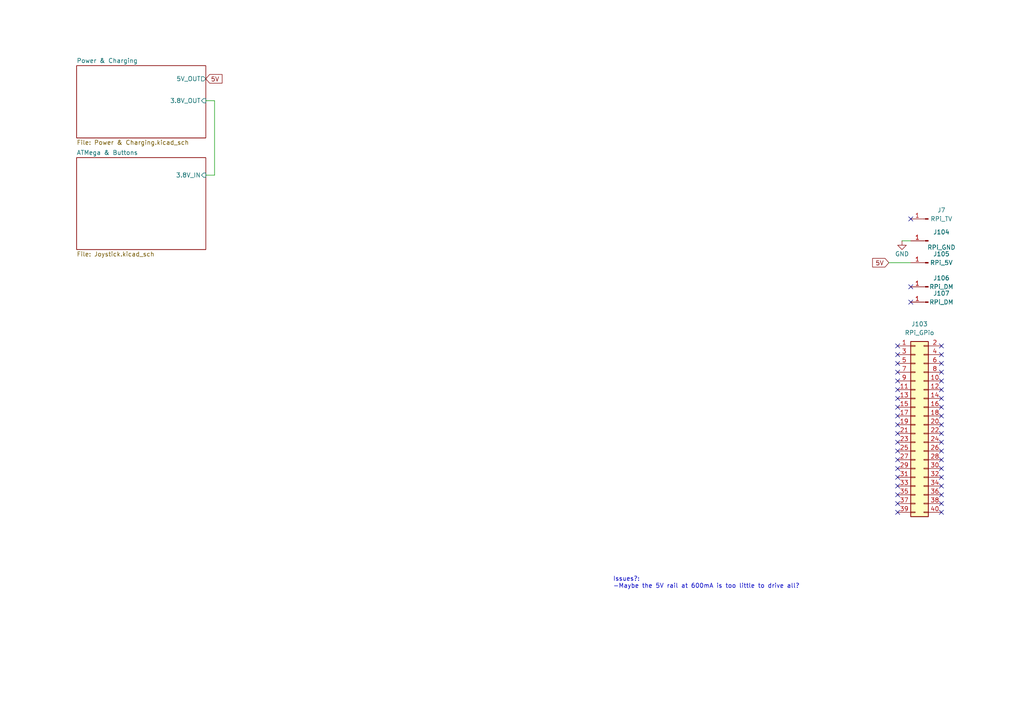
<source format=kicad_sch>
(kicad_sch (version 20230121) (generator eeschema)
  (paper "A4")
  (title_block (title "Power Circuit") (date "2023-06-06") (rev "0.1"))
  (lib_symbols
    (symbol "Connector:Conn_01x01_Male" (pin_names (offset 1.016) hide)
      (property "Reference" "J" (at 0 2.54 0))
      (property "Value" "Conn_01x01_Male" (at 0 -2.54 0))
      (symbol "Conn_01x01_Male_1_1"
        (polyline (pts (xy 1.27 0) (xy 0.8636 0)) (stroke (width 0.1524)))
        (rectangle (start 0.8636 0.127) (end 0 -0.127) (stroke (width 0.1524)) (fill (type outline)))
        (pin passive line (at 5.08 0 180) (length 3.81) (name "Pin_1") (number "1"))
      )
    )
    (symbol "Connector_Generic:Conn_02x20_Odd_Even" (pin_names (offset 1.016) hide)
      (property "Reference" "J" (at 1.27 25.4 0))
      (property "Value" "Conn_02x20_Odd_Even" (at 1.27 -27.94 0))
      (symbol "Conn_02x20_Odd_Even_1_1"
        (rectangle (start -1.27 -25.273) (end 0 -25.527) (stroke (width 0.1524)))
        (rectangle (start -1.27 -22.733) (end 0 -22.987) (stroke (width 0.1524)))
        (rectangle (start -1.27 -20.193) (end 0 -20.447) (stroke (width 0.1524)))
        (rectangle (start -1.27 -17.653) (end 0 -17.907) (stroke (width 0.1524)))
        (rectangle (start -1.27 -15.113) (end 0 -15.367) (stroke (width 0.1524)))
        (rectangle (start -1.27 -12.573) (end 0 -12.827) (stroke (width 0.1524)))
        (rectangle (start -1.27 -10.033) (end 0 -10.287) (stroke (width 0.1524)))
        (rectangle (start -1.27 -7.493) (end 0 -7.747) (stroke (width 0.1524)))
        (rectangle (start -1.27 -4.953) (end 0 -5.207) (stroke (width 0.1524)))
        (rectangle (start -1.27 -2.413) (end 0 -2.667) (stroke (width 0.1524)))
        (rectangle (start -1.27 0.127) (end 0 -0.127) (stroke (width 0.1524)))
        (rectangle (start -1.27 2.667) (end 0 2.413) (stroke (width 0.1524)))
        (rectangle (start -1.27 5.207) (end 0 4.953) (stroke (width 0.1524)))
        (rectangle (start -1.27 7.747) (end 0 7.493) (stroke (width 0.1524)))
        (rectangle (start -1.27 10.287) (end 0 10.033) (stroke (width 0.1524)))
        (rectangle (start -1.27 12.827) (end 0 12.573) (stroke (width 0.1524)))
        (rectangle (start -1.27 15.367) (end 0 15.113) (stroke (width 0.1524)))
        (rectangle (start -1.27 17.907) (end 0 17.653) (stroke (width 0.1524)))
        (rectangle (start -1.27 20.447) (end 0 20.193) (stroke (width 0.1524)))
        (rectangle (start -1.27 22.987) (end 0 22.733) (stroke (width 0.1524)))
        (rectangle (start -1.27 24.13) (end 3.81 -26.67) (stroke (width 0.254)) (fill (type background)))
        (rectangle (start 3.81 -25.273) (end 2.54 -25.527) (stroke (width 0.1524)))
        (rectangle (start 3.81 -22.733) (end 2.54 -22.987) (stroke (width 0.1524)))
        (rectangle (start 3.81 -20.193) (end 2.54 -20.447) (stroke (width 0.1524)))
        (rectangle (start 3.81 -17.653) (end 2.54 -17.907) (stroke (width 0.1524)))
        (rectangle (start 3.81 -15.113) (end 2.54 -15.367) (stroke (width 0.1524)))
        (rectangle (start 3.81 -12.573) (end 2.54 -12.827) (stroke (width 0.1524)))
        (rectangle (start 3.81 -10.033) (end 2.54 -10.287) (stroke (width 0.1524)))
        (rectangle (start 3.81 -7.493) (end 2.54 -7.747) (stroke (width 0.1524)))
        (rectangle (start 3.81 -4.953) (end 2.54 -5.207) (stroke (width 0.1524)))
        (rectangle (start 3.81 -2.413) (end 2.54 -2.667) (stroke (width 0.1524)))
        (rectangle (start 3.81 0.127) (end 2.54 -0.127) (stroke (width 0.1524)))
        (rectangle (start 3.81 2.667) (end 2.54 2.413) (stroke (width 0.1524)))
        (rectangle (start 3.81 5.207) (end 2.54 4.953) (stroke (width 0.1524)))
        (rectangle (start 3.81 7.747) (end 2.54 7.493) (stroke (width 0.1524)))
        (rectangle (start 3.81 10.287) (end 2.54 10.033) (stroke (width 0.1524)))
        (rectangle (start 3.81 12.827) (end 2.54 12.573) (stroke (width 0.1524)))
        (rectangle (start 3.81 15.367) (end 2.54 15.113) (stroke (width 0.1524)))
        (rectangle (start 3.81 17.907) (end 2.54 17.653) (stroke (width 0.1524)))
        (rectangle (start 3.81 20.447) (end 2.54 20.193) (stroke (width 0.1524)))
        (rectangle (start 3.81 22.987) (end 2.54 22.733) (stroke (width 0.1524)))
        (pin passive line (at -5.08 22.86 0) (length 3.81) (name "Pin_1") (number "1"))
        (pin passive line (at 7.62 12.7 180) (length 3.81) (name "Pin_10") (number "10"))
        (pin passive line (at -5.08 10.16 0) (length 3.81) (name "Pin_11") (number "11"))
        (pin passive line (at 7.62 10.16 180) (length 3.81) (name "Pin_12") (number "12"))
        (pin passive line (at -5.08 7.62 0) (length 3.81) (name "Pin_13") (number "13"))
        (pin passive line (at 7.62 7.62 180) (length 3.81) (name "Pin_14") (number "14"))
        (pin passive line (at -5.08 5.08 0) (length 3.81) (name "Pin_15") (number "15"))
        (pin passive line (at 7.62 5.08 180) (length 3.81) (name "Pin_16") (number "16"))
        (pin passive line (at -5.08 2.54 0) (length 3.81) (name "Pin_17") (number "17"))
        (pin passive line (at 7.62 2.54 180) (length 3.81) (name "Pin_18") (number "18"))
        (pin passive line (at -5.08 0 0) (length 3.81) (name "Pin_19") (number "19"))
        (pin passive line (at 7.62 22.86 180) (length 3.81) (name "Pin_2") (number "2"))
        (pin passive line (at 7.62 0 180) (length 3.81) (name "Pin_20") (number "20"))
        (pin passive line (at -5.08 -2.54 0) (length 3.81) (name "Pin_21") (number "21"))
        (pin passive line (at 7.62 -2.54 180) (length 3.81) (name "Pin_22") (number "22"))
        (pin passive line (at -5.08 -5.08 0) (length 3.81) (name "Pin_23") (number "23"))
        (pin passive line (at 7.62 -5.08 180) (length 3.81) (name "Pin_24") (number "24"))
        (pin passive line (at -5.08 -7.62 0) (length 3.81) (name "Pin_25") (number "25"))
        (pin passive line (at 7.62 -7.62 180) (length 3.81) (name "Pin_26") (number "26"))
        (pin passive line (at -5.08 -10.16 0) (length 3.81) (name "Pin_27") (number "27"))
        (pin passive line (at 7.62 -10.16 180) (length 3.81) (name "Pin_28") (number "28"))
        (pin passive line (at -5.08 -12.7 0) (length 3.81) (name "Pin_29") (number "29"))
        (pin passive line (at -5.08 20.32 0) (length 3.81) (name "Pin_3") (number "3"))
        (pin passive line (at 7.62 -12.7 180) (length 3.81) (name "Pin_30") (number "30"))
        (pin passive line (at -5.08 -15.24 0) (length 3.81) (name "Pin_31") (number "31"))
        (pin passive line (at 7.62 -15.24 180) (length 3.81) (name "Pin_32") (number "32"))
        (pin passive line (at -5.08 -17.78 0) (length 3.81) (name "Pin_33") (number "33"))
        (pin passive line (at 7.62 -17.78 180) (length 3.81) (name "Pin_34") (number "34"))
        (pin passive line (at -5.08 -20.32 0) (length 3.81) (name "Pin_35") (number "35"))
        (pin passive line (at 7.62 -20.32 180) (length 3.81) (name "Pin_36") (number "36"))
        (pin passive line (at -5.08 -22.86 0) (length 3.81) (name "Pin_37") (number "37"))
        (pin passive line (at 7.62 -22.86 180) (length 3.81) (name "Pin_38") (number "38"))
        (pin passive line (at -5.08 -25.4 0) (length 3.81) (name "Pin_39") (number "39"))
        (pin passive line (at 7.62 20.32 180) (length 3.81) (name "Pin_4") (number "4"))
        (pin passive line (at 7.62 -25.4 180) (length 3.81) (name "Pin_40") (number "40"))
        (pin passive line (at -5.08 17.78 0) (length 3.81) (name "Pin_5") (number "5"))
        (pin passive line (at 7.62 17.78 180) (length 3.81) (name "Pin_6") (number "6"))
        (pin passive line (at -5.08 15.24 0) (length 3.81) (name "Pin_7") (number "7"))
        (pin passive line (at 7.62 15.24 180) (length 3.81) (name "Pin_8") (number "8"))
        (pin passive line (at -5.08 12.7 0) (length 3.81) (name "Pin_9") (number "9"))
      )
    )
    (symbol "power:GND" (power) (pin_names (offset 0))
      (property "Value" "GND" (at 0 -3.81 0))
      (symbol "GND_0_1"
        (polyline (pts (xy 0 0) (xy 0 -1.27) (xy 1.27 -1.27) (xy 0 -2.54) (xy -1.27 -1.27) (xy 0 -1.27)))
      )
      (symbol "GND_1_1"
        (pin power_in line (at 0 0 270) (length 0) hide (name "GND") (number "1"))
      )
    )
  )
  (no_connect (at 273.05 138.43))
  (no_connect (at 260.35 128.27))
  (no_connect (at 273.05 128.27))
  (no_connect (at 273.05 123.19))
  (no_connect (at 273.05 130.81))
  (no_connect (at 260.35 107.95))
  (no_connect (at 260.35 135.89))
  (no_connect (at 264.16 87.63))
  (no_connect (at 273.05 135.89))
  (no_connect (at 260.35 125.73))
  (no_connect (at 273.05 115.57))
  (no_connect (at 273.05 110.49))
  (no_connect (at 273.05 100.33))
  (no_connect (at 260.35 138.43))
  (no_connect (at 260.35 130.81))
  (no_connect (at 260.35 118.11))
  (no_connect (at 273.05 118.11))
  (no_connect (at 273.05 125.73))
  (no_connect (at 273.05 143.51))
  (no_connect (at 260.35 110.49))
  (no_connect (at 260.35 146.05))
  (no_connect (at 260.35 113.03))
  (no_connect (at 264.16 83.185))
  (no_connect (at 260.35 143.51))
  (no_connect (at 260.35 140.97))
  (no_connect (at 273.05 133.35))
  (no_connect (at 273.05 113.03))
  (no_connect (at 260.35 120.65))
  (no_connect (at 260.35 100.33))
  (no_connect (at 260.35 123.19))
  (no_connect (at 273.05 146.05))
  (no_connect (at 260.35 133.35))
  (no_connect (at 273.05 120.65))
  (no_connect (at 260.35 102.87))
  (no_connect (at 264.16 63.5))
  (no_connect (at 273.05 140.97))
  (no_connect (at 260.35 115.57))
  (no_connect (at 260.35 105.41))
  (no_connect (at 273.05 107.95))
  (no_connect (at 273.05 105.41))
  (no_connect (at 260.35 148.59))
  (no_connect (at 273.05 148.59))
  (no_connect (at 273.05 102.87))
  (wire (pts (xy 59.69 29.21) (xy 62.23 29.21)))
  (wire (pts (xy 62.23 50.8) (xy 59.69 50.8)))
  (wire (pts (xy 261.62 69.85) (xy 264.16 69.85)))
  (wire (pts (xy 62.23 29.21) (xy 62.23 50.8)))
  (wire (pts (xy 257.81 76.2) (xy 264.16 76.2)))
  (text "Issues?:\n-Maybe the 5V rail at 600mA is too little to drive all?\n" (at 177.8 170.815 0) (effects (font (size 1.27 1.27)) (justify left bottom)))
  (global_label "5V" (shape input) (at 59.69 22.86 0) (property "Intersheetrefs" "${INTERSHEET_REFS}" (effects hide)))
  (global_label "5V" (shape input) (at 257.81 76.2 180) (property "Intersheetrefs" "${INTERSHEET_REFS}" (effects hide)))
  (symbol (lib_id "Connector:Conn_01x01_Male") (at 269.24 63.5 180) (unit 1)
    (property "Reference" "J7" (at 273.05 60.96 0))
    (property "Value" "RPi_TV" (at 273.05 63.5 0))
    (property "Footprint" "TestPoint:TestPoint_Pad_1.5x1.5mm" (effects hide))
  )
  (symbol (lib_id "Connector_Generic:Conn_02x20_Odd_Even") (at 265.43 123.19 0) (unit 1)
    (property "Reference" "J103" (at 266.7 93.98 0))
    (property "Value" "RPi_GPio" (at 266.7 96.52 0))
    (property "Footprint" "MountingHole:MountingHole_2.2mm_M2_DIN965_Pad" (effects hide))
  )
  (symbol (lib_id "Connector:Conn_01x01_Male") (at 269.24 69.85 180) (unit 1)
    (property "Reference" "J104" (at 273.05 67.31 0))
    (property "Value" "RPi_GND" (at 273.05 71.755 0))
    (property "Footprint" "TestPoint:TestPoint_Pad_1.5x1.5mm" (effects hide))
  )
  (symbol (lib_id "Connector:Conn_01x01_Male") (at 269.24 87.63 180) (unit 1)
    (property "Reference" "J107" (at 273.05 85.09 0))
    (property "Value" "RPi_DM" (at 273.05 87.63 0))
    (property "Footprint" "TestPoint:TestPoint_Pad_1.5x1.5mm" (effects hide))
  )
  (symbol (lib_id "Connector:Conn_01x01_Male") (at 269.24 83.185 180) (unit 1)
    (property "Reference" "J106" (at 273.05 80.645 0))
    (property "Value" "RPi_DM" (at 273.05 83.185 0))
    (property "Footprint" "TestPoint:TestPoint_Pad_1.5x1.5mm" (effects hide))
  )
  (symbol (lib_id "Connector:Conn_01x01_Male") (at 269.24 76.2 180) (unit 1)
    (property "Reference" "J105" (at 273.05 73.66 0))
    (property "Value" "RPi_5V" (at 273.05 76.2 0))
    (property "Footprint" "TestPoint:TestPoint_Pad_1.5x1.5mm" (effects hide))
  )
  (symbol (lib_id "power:GND") (at 261.62 69.85 0) (unit 1)
    (property "Reference" "#PWR0102" (effects hide))
    (property "Value" "GND" (at 261.62 73.66 0))
  )
  (sheet (at 22.225 45.72) (size 37.465 26.67) (stroke (width 0.1524))
    (property "Sheetname" "ATMega & Buttons" (at 22.225 45.0084 0) (effects (justify left bottom)))
    (property "Sheetfile" "Joystick.kicad_sch" (at 22.225 72.9746 0) (effects (justify left top)))
    (pin "3.8V_IN" input (at 59.69 50.8 0))
  )
  (sheet (at 22.225 19.05) (size 37.465 20.955) (stroke (width 0.1524))
    (property "Sheetname" "Power & Charging" (at 22.225 18.3384 0) (effects (justify left bottom)))
    (property "Sheetfile" "Power & Charging.kicad_sch" (at 22.225 40.5896 0) (effects (justify left top)))
    (pin "5V_OUT" output (at 59.69 22.86 0))
    (pin "3.8V_OUT" input (at 59.69 29.21 0))
  )
)
</source>
